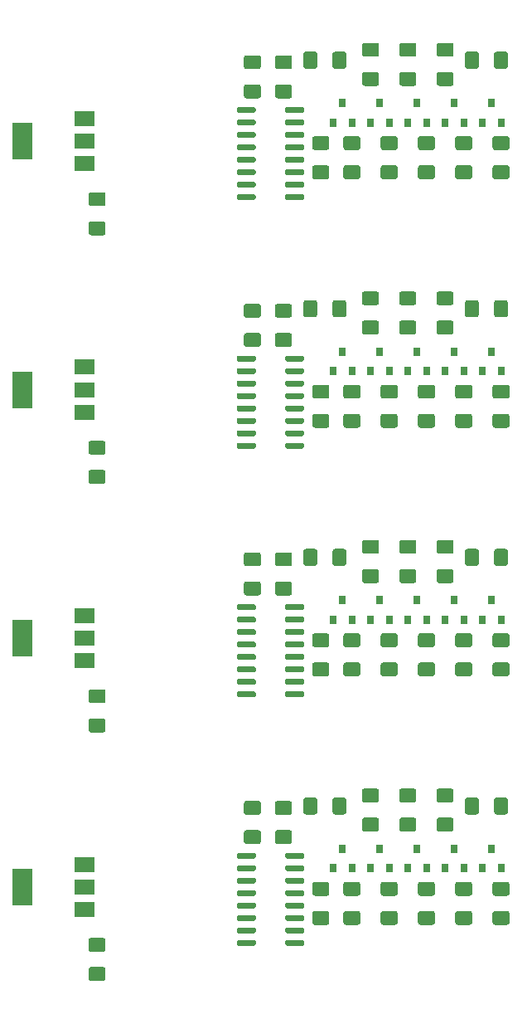
<source format=gbr>
G04 #@! TF.GenerationSoftware,KiCad,Pcbnew,(5.1.6)-1*
G04 #@! TF.CreationDate,2020-06-14T15:38:25+02:00*
G04 #@! TF.ProjectId,panel1,70616e65-6c31-42e6-9b69-6361645f7063,rev?*
G04 #@! TF.SameCoordinates,Original*
G04 #@! TF.FileFunction,Paste,Bot*
G04 #@! TF.FilePolarity,Positive*
%FSLAX46Y46*%
G04 Gerber Fmt 4.6, Leading zero omitted, Abs format (unit mm)*
G04 Created by KiCad (PCBNEW (5.1.6)-1) date 2020-06-14 15:38:25*
%MOMM*%
%LPD*%
G01*
G04 APERTURE LIST*
%ADD10R,0.800000X0.900000*%
%ADD11R,2.000000X1.500000*%
%ADD12R,2.000000X3.800000*%
G04 APERTURE END LIST*
G36*
G01*
X79376001Y-143382196D02*
X79376001Y-143082196D01*
G75*
G02*
X79526001Y-142932196I150000J0D01*
G01*
X81176001Y-142932196D01*
G75*
G02*
X81326001Y-143082196I0J-150000D01*
G01*
X81326001Y-143382196D01*
G75*
G02*
X81176001Y-143532196I-150000J0D01*
G01*
X79526001Y-143532196D01*
G75*
G02*
X79376001Y-143382196I0J150000D01*
G01*
G37*
G36*
G01*
X79376001Y-142112196D02*
X79376001Y-141812196D01*
G75*
G02*
X79526001Y-141662196I150000J0D01*
G01*
X81176001Y-141662196D01*
G75*
G02*
X81326001Y-141812196I0J-150000D01*
G01*
X81326001Y-142112196D01*
G75*
G02*
X81176001Y-142262196I-150000J0D01*
G01*
X79526001Y-142262196D01*
G75*
G02*
X79376001Y-142112196I0J150000D01*
G01*
G37*
G36*
G01*
X79376001Y-140842196D02*
X79376001Y-140542196D01*
G75*
G02*
X79526001Y-140392196I150000J0D01*
G01*
X81176001Y-140392196D01*
G75*
G02*
X81326001Y-140542196I0J-150000D01*
G01*
X81326001Y-140842196D01*
G75*
G02*
X81176001Y-140992196I-150000J0D01*
G01*
X79526001Y-140992196D01*
G75*
G02*
X79376001Y-140842196I0J150000D01*
G01*
G37*
G36*
G01*
X79376001Y-139572196D02*
X79376001Y-139272196D01*
G75*
G02*
X79526001Y-139122196I150000J0D01*
G01*
X81176001Y-139122196D01*
G75*
G02*
X81326001Y-139272196I0J-150000D01*
G01*
X81326001Y-139572196D01*
G75*
G02*
X81176001Y-139722196I-150000J0D01*
G01*
X79526001Y-139722196D01*
G75*
G02*
X79376001Y-139572196I0J150000D01*
G01*
G37*
G36*
G01*
X79376001Y-138302196D02*
X79376001Y-138002196D01*
G75*
G02*
X79526001Y-137852196I150000J0D01*
G01*
X81176001Y-137852196D01*
G75*
G02*
X81326001Y-138002196I0J-150000D01*
G01*
X81326001Y-138302196D01*
G75*
G02*
X81176001Y-138452196I-150000J0D01*
G01*
X79526001Y-138452196D01*
G75*
G02*
X79376001Y-138302196I0J150000D01*
G01*
G37*
G36*
G01*
X79376001Y-137032196D02*
X79376001Y-136732196D01*
G75*
G02*
X79526001Y-136582196I150000J0D01*
G01*
X81176001Y-136582196D01*
G75*
G02*
X81326001Y-136732196I0J-150000D01*
G01*
X81326001Y-137032196D01*
G75*
G02*
X81176001Y-137182196I-150000J0D01*
G01*
X79526001Y-137182196D01*
G75*
G02*
X79376001Y-137032196I0J150000D01*
G01*
G37*
G36*
G01*
X79376001Y-135762196D02*
X79376001Y-135462196D01*
G75*
G02*
X79526001Y-135312196I150000J0D01*
G01*
X81176001Y-135312196D01*
G75*
G02*
X81326001Y-135462196I0J-150000D01*
G01*
X81326001Y-135762196D01*
G75*
G02*
X81176001Y-135912196I-150000J0D01*
G01*
X79526001Y-135912196D01*
G75*
G02*
X79376001Y-135762196I0J150000D01*
G01*
G37*
G36*
G01*
X79376001Y-134492196D02*
X79376001Y-134192196D01*
G75*
G02*
X79526001Y-134042196I150000J0D01*
G01*
X81176001Y-134042196D01*
G75*
G02*
X81326001Y-134192196I0J-150000D01*
G01*
X81326001Y-134492196D01*
G75*
G02*
X81176001Y-134642196I-150000J0D01*
G01*
X79526001Y-134642196D01*
G75*
G02*
X79376001Y-134492196I0J150000D01*
G01*
G37*
G36*
G01*
X74426001Y-134492196D02*
X74426001Y-134192196D01*
G75*
G02*
X74576001Y-134042196I150000J0D01*
G01*
X76226001Y-134042196D01*
G75*
G02*
X76376001Y-134192196I0J-150000D01*
G01*
X76376001Y-134492196D01*
G75*
G02*
X76226001Y-134642196I-150000J0D01*
G01*
X74576001Y-134642196D01*
G75*
G02*
X74426001Y-134492196I0J150000D01*
G01*
G37*
G36*
G01*
X74426001Y-135762196D02*
X74426001Y-135462196D01*
G75*
G02*
X74576001Y-135312196I150000J0D01*
G01*
X76226001Y-135312196D01*
G75*
G02*
X76376001Y-135462196I0J-150000D01*
G01*
X76376001Y-135762196D01*
G75*
G02*
X76226001Y-135912196I-150000J0D01*
G01*
X74576001Y-135912196D01*
G75*
G02*
X74426001Y-135762196I0J150000D01*
G01*
G37*
G36*
G01*
X74426001Y-137032196D02*
X74426001Y-136732196D01*
G75*
G02*
X74576001Y-136582196I150000J0D01*
G01*
X76226001Y-136582196D01*
G75*
G02*
X76376001Y-136732196I0J-150000D01*
G01*
X76376001Y-137032196D01*
G75*
G02*
X76226001Y-137182196I-150000J0D01*
G01*
X74576001Y-137182196D01*
G75*
G02*
X74426001Y-137032196I0J150000D01*
G01*
G37*
G36*
G01*
X74426001Y-138302196D02*
X74426001Y-138002196D01*
G75*
G02*
X74576001Y-137852196I150000J0D01*
G01*
X76226001Y-137852196D01*
G75*
G02*
X76376001Y-138002196I0J-150000D01*
G01*
X76376001Y-138302196D01*
G75*
G02*
X76226001Y-138452196I-150000J0D01*
G01*
X74576001Y-138452196D01*
G75*
G02*
X74426001Y-138302196I0J150000D01*
G01*
G37*
G36*
G01*
X74426001Y-139572196D02*
X74426001Y-139272196D01*
G75*
G02*
X74576001Y-139122196I150000J0D01*
G01*
X76226001Y-139122196D01*
G75*
G02*
X76376001Y-139272196I0J-150000D01*
G01*
X76376001Y-139572196D01*
G75*
G02*
X76226001Y-139722196I-150000J0D01*
G01*
X74576001Y-139722196D01*
G75*
G02*
X74426001Y-139572196I0J150000D01*
G01*
G37*
G36*
G01*
X74426001Y-140842196D02*
X74426001Y-140542196D01*
G75*
G02*
X74576001Y-140392196I150000J0D01*
G01*
X76226001Y-140392196D01*
G75*
G02*
X76376001Y-140542196I0J-150000D01*
G01*
X76376001Y-140842196D01*
G75*
G02*
X76226001Y-140992196I-150000J0D01*
G01*
X74576001Y-140992196D01*
G75*
G02*
X74426001Y-140842196I0J150000D01*
G01*
G37*
G36*
G01*
X74426001Y-142112196D02*
X74426001Y-141812196D01*
G75*
G02*
X74576001Y-141662196I150000J0D01*
G01*
X76226001Y-141662196D01*
G75*
G02*
X76376001Y-141812196I0J-150000D01*
G01*
X76376001Y-142112196D01*
G75*
G02*
X76226001Y-142262196I-150000J0D01*
G01*
X74576001Y-142262196D01*
G75*
G02*
X74426001Y-142112196I0J150000D01*
G01*
G37*
G36*
G01*
X74426001Y-143382196D02*
X74426001Y-143082196D01*
G75*
G02*
X74576001Y-142932196I150000J0D01*
G01*
X76226001Y-142932196D01*
G75*
G02*
X76376001Y-143082196I0J-150000D01*
G01*
X76376001Y-143382196D01*
G75*
G02*
X76226001Y-143532196I-150000J0D01*
G01*
X74576001Y-143532196D01*
G75*
G02*
X74426001Y-143382196I0J150000D01*
G01*
G37*
G36*
G01*
X88726001Y-128904696D02*
X87476001Y-128904696D01*
G75*
G02*
X87226001Y-128654696I0J250000D01*
G01*
X87226001Y-127729696D01*
G75*
G02*
X87476001Y-127479696I250000J0D01*
G01*
X88726001Y-127479696D01*
G75*
G02*
X88976001Y-127729696I0J-250000D01*
G01*
X88976001Y-128654696D01*
G75*
G02*
X88726001Y-128904696I-250000J0D01*
G01*
G37*
G36*
G01*
X88726001Y-131879696D02*
X87476001Y-131879696D01*
G75*
G02*
X87226001Y-131629696I0J250000D01*
G01*
X87226001Y-130704696D01*
G75*
G02*
X87476001Y-130454696I250000J0D01*
G01*
X88726001Y-130454696D01*
G75*
G02*
X88976001Y-130704696I0J-250000D01*
G01*
X88976001Y-131629696D01*
G75*
G02*
X88726001Y-131879696I-250000J0D01*
G01*
G37*
D10*
X85241001Y-133612196D03*
X84291001Y-135612196D03*
X86191001Y-135612196D03*
X89051001Y-133612196D03*
X88101001Y-135612196D03*
X90001001Y-135612196D03*
G36*
G01*
X76661001Y-130174696D02*
X75411001Y-130174696D01*
G75*
G02*
X75161001Y-129924696I0J250000D01*
G01*
X75161001Y-128999696D01*
G75*
G02*
X75411001Y-128749696I250000J0D01*
G01*
X76661001Y-128749696D01*
G75*
G02*
X76911001Y-128999696I0J-250000D01*
G01*
X76911001Y-129924696D01*
G75*
G02*
X76661001Y-130174696I-250000J0D01*
G01*
G37*
G36*
G01*
X76661001Y-133149696D02*
X75411001Y-133149696D01*
G75*
G02*
X75161001Y-132899696I0J250000D01*
G01*
X75161001Y-131974696D01*
G75*
G02*
X75411001Y-131724696I250000J0D01*
G01*
X76661001Y-131724696D01*
G75*
G02*
X76911001Y-131974696I0J-250000D01*
G01*
X76911001Y-132899696D01*
G75*
G02*
X76661001Y-133149696I-250000J0D01*
G01*
G37*
G36*
G01*
X79836001Y-130174696D02*
X78586001Y-130174696D01*
G75*
G02*
X78336001Y-129924696I0J250000D01*
G01*
X78336001Y-128999696D01*
G75*
G02*
X78586001Y-128749696I250000J0D01*
G01*
X79836001Y-128749696D01*
G75*
G02*
X80086001Y-128999696I0J-250000D01*
G01*
X80086001Y-129924696D01*
G75*
G02*
X79836001Y-130174696I-250000J0D01*
G01*
G37*
G36*
G01*
X79836001Y-133149696D02*
X78586001Y-133149696D01*
G75*
G02*
X78336001Y-132899696I0J250000D01*
G01*
X78336001Y-131974696D01*
G75*
G02*
X78586001Y-131724696I250000J0D01*
G01*
X79836001Y-131724696D01*
G75*
G02*
X80086001Y-131974696I0J-250000D01*
G01*
X80086001Y-132899696D01*
G75*
G02*
X79836001Y-133149696I-250000J0D01*
G01*
G37*
G36*
G01*
X83646001Y-138429696D02*
X82396001Y-138429696D01*
G75*
G02*
X82146001Y-138179696I0J250000D01*
G01*
X82146001Y-137254696D01*
G75*
G02*
X82396001Y-137004696I250000J0D01*
G01*
X83646001Y-137004696D01*
G75*
G02*
X83896001Y-137254696I0J-250000D01*
G01*
X83896001Y-138179696D01*
G75*
G02*
X83646001Y-138429696I-250000J0D01*
G01*
G37*
G36*
G01*
X83646001Y-141404696D02*
X82396001Y-141404696D01*
G75*
G02*
X82146001Y-141154696I0J250000D01*
G01*
X82146001Y-140229696D01*
G75*
G02*
X82396001Y-139979696I250000J0D01*
G01*
X83646001Y-139979696D01*
G75*
G02*
X83896001Y-140229696I0J-250000D01*
G01*
X83896001Y-141154696D01*
G75*
G02*
X83646001Y-141404696I-250000J0D01*
G01*
G37*
G36*
G01*
X92536001Y-128904696D02*
X91286001Y-128904696D01*
G75*
G02*
X91036001Y-128654696I0J250000D01*
G01*
X91036001Y-127729696D01*
G75*
G02*
X91286001Y-127479696I250000J0D01*
G01*
X92536001Y-127479696D01*
G75*
G02*
X92786001Y-127729696I0J-250000D01*
G01*
X92786001Y-128654696D01*
G75*
G02*
X92536001Y-128904696I-250000J0D01*
G01*
G37*
G36*
G01*
X92536001Y-131879696D02*
X91286001Y-131879696D01*
G75*
G02*
X91036001Y-131629696I0J250000D01*
G01*
X91036001Y-130704696D01*
G75*
G02*
X91286001Y-130454696I250000J0D01*
G01*
X92536001Y-130454696D01*
G75*
G02*
X92786001Y-130704696I0J-250000D01*
G01*
X92786001Y-131629696D01*
G75*
G02*
X92536001Y-131879696I-250000J0D01*
G01*
G37*
X92866001Y-133612196D03*
X91916001Y-135612196D03*
X93816001Y-135612196D03*
X100486001Y-133612196D03*
X99536001Y-135612196D03*
X101436001Y-135612196D03*
X96676001Y-133612196D03*
X95726001Y-135612196D03*
X97626001Y-135612196D03*
D11*
X58841001Y-135217196D03*
X58841001Y-139817196D03*
X58841001Y-137517196D03*
D12*
X52541001Y-137517196D03*
G36*
G01*
X89381001Y-139979696D02*
X90631001Y-139979696D01*
G75*
G02*
X90881001Y-140229696I0J-250000D01*
G01*
X90881001Y-141154696D01*
G75*
G02*
X90631001Y-141404696I-250000J0D01*
G01*
X89381001Y-141404696D01*
G75*
G02*
X89131001Y-141154696I0J250000D01*
G01*
X89131001Y-140229696D01*
G75*
G02*
X89381001Y-139979696I250000J0D01*
G01*
G37*
G36*
G01*
X89381001Y-137004696D02*
X90631001Y-137004696D01*
G75*
G02*
X90881001Y-137254696I0J-250000D01*
G01*
X90881001Y-138179696D01*
G75*
G02*
X90631001Y-138429696I-250000J0D01*
G01*
X89381001Y-138429696D01*
G75*
G02*
X89131001Y-138179696I0J250000D01*
G01*
X89131001Y-137254696D01*
G75*
G02*
X89381001Y-137004696I250000J0D01*
G01*
G37*
G36*
G01*
X86821001Y-138429696D02*
X85571001Y-138429696D01*
G75*
G02*
X85321001Y-138179696I0J250000D01*
G01*
X85321001Y-137254696D01*
G75*
G02*
X85571001Y-137004696I250000J0D01*
G01*
X86821001Y-137004696D01*
G75*
G02*
X87071001Y-137254696I0J-250000D01*
G01*
X87071001Y-138179696D01*
G75*
G02*
X86821001Y-138429696I-250000J0D01*
G01*
G37*
G36*
G01*
X86821001Y-141404696D02*
X85571001Y-141404696D01*
G75*
G02*
X85321001Y-141154696I0J250000D01*
G01*
X85321001Y-140229696D01*
G75*
G02*
X85571001Y-139979696I250000J0D01*
G01*
X86821001Y-139979696D01*
G75*
G02*
X87071001Y-140229696I0J-250000D01*
G01*
X87071001Y-141154696D01*
G75*
G02*
X86821001Y-141404696I-250000J0D01*
G01*
G37*
G36*
G01*
X99173001Y-128637196D02*
X99173001Y-129887196D01*
G75*
G02*
X98923001Y-130137196I-250000J0D01*
G01*
X97998001Y-130137196D01*
G75*
G02*
X97748001Y-129887196I0J250000D01*
G01*
X97748001Y-128637196D01*
G75*
G02*
X97998001Y-128387196I250000J0D01*
G01*
X98923001Y-128387196D01*
G75*
G02*
X99173001Y-128637196I0J-250000D01*
G01*
G37*
G36*
G01*
X102148001Y-128637196D02*
X102148001Y-129887196D01*
G75*
G02*
X101898001Y-130137196I-250000J0D01*
G01*
X100973001Y-130137196D01*
G75*
G02*
X100723001Y-129887196I0J250000D01*
G01*
X100723001Y-128637196D01*
G75*
G02*
X100973001Y-128387196I250000J0D01*
G01*
X101898001Y-128387196D01*
G75*
G02*
X102148001Y-128637196I0J-250000D01*
G01*
G37*
G36*
G01*
X81238001Y-129887196D02*
X81238001Y-128637196D01*
G75*
G02*
X81488001Y-128387196I250000J0D01*
G01*
X82413001Y-128387196D01*
G75*
G02*
X82663001Y-128637196I0J-250000D01*
G01*
X82663001Y-129887196D01*
G75*
G02*
X82413001Y-130137196I-250000J0D01*
G01*
X81488001Y-130137196D01*
G75*
G02*
X81238001Y-129887196I0J250000D01*
G01*
G37*
G36*
G01*
X84213001Y-129887196D02*
X84213001Y-128637196D01*
G75*
G02*
X84463001Y-128387196I250000J0D01*
G01*
X85388001Y-128387196D01*
G75*
G02*
X85638001Y-128637196I0J-250000D01*
G01*
X85638001Y-129887196D01*
G75*
G02*
X85388001Y-130137196I-250000J0D01*
G01*
X84463001Y-130137196D01*
G75*
G02*
X84213001Y-129887196I0J250000D01*
G01*
G37*
G36*
G01*
X95096001Y-130454696D02*
X96346001Y-130454696D01*
G75*
G02*
X96596001Y-130704696I0J-250000D01*
G01*
X96596001Y-131629696D01*
G75*
G02*
X96346001Y-131879696I-250000J0D01*
G01*
X95096001Y-131879696D01*
G75*
G02*
X94846001Y-131629696I0J250000D01*
G01*
X94846001Y-130704696D01*
G75*
G02*
X95096001Y-130454696I250000J0D01*
G01*
G37*
G36*
G01*
X95096001Y-127479696D02*
X96346001Y-127479696D01*
G75*
G02*
X96596001Y-127729696I0J-250000D01*
G01*
X96596001Y-128654696D01*
G75*
G02*
X96346001Y-128904696I-250000J0D01*
G01*
X95096001Y-128904696D01*
G75*
G02*
X94846001Y-128654696I0J250000D01*
G01*
X94846001Y-127729696D01*
G75*
G02*
X95096001Y-127479696I250000J0D01*
G01*
G37*
G36*
G01*
X60786001Y-144145196D02*
X59536001Y-144145196D01*
G75*
G02*
X59286001Y-143895196I0J250000D01*
G01*
X59286001Y-142970196D01*
G75*
G02*
X59536001Y-142720196I250000J0D01*
G01*
X60786001Y-142720196D01*
G75*
G02*
X61036001Y-142970196I0J-250000D01*
G01*
X61036001Y-143895196D01*
G75*
G02*
X60786001Y-144145196I-250000J0D01*
G01*
G37*
G36*
G01*
X60786001Y-147120196D02*
X59536001Y-147120196D01*
G75*
G02*
X59286001Y-146870196I0J250000D01*
G01*
X59286001Y-145945196D01*
G75*
G02*
X59536001Y-145695196I250000J0D01*
G01*
X60786001Y-145695196D01*
G75*
G02*
X61036001Y-145945196I0J-250000D01*
G01*
X61036001Y-146870196D01*
G75*
G02*
X60786001Y-147120196I-250000J0D01*
G01*
G37*
G36*
G01*
X94441001Y-138429696D02*
X93191001Y-138429696D01*
G75*
G02*
X92941001Y-138179696I0J250000D01*
G01*
X92941001Y-137254696D01*
G75*
G02*
X93191001Y-137004696I250000J0D01*
G01*
X94441001Y-137004696D01*
G75*
G02*
X94691001Y-137254696I0J-250000D01*
G01*
X94691001Y-138179696D01*
G75*
G02*
X94441001Y-138429696I-250000J0D01*
G01*
G37*
G36*
G01*
X94441001Y-141404696D02*
X93191001Y-141404696D01*
G75*
G02*
X92941001Y-141154696I0J250000D01*
G01*
X92941001Y-140229696D01*
G75*
G02*
X93191001Y-139979696I250000J0D01*
G01*
X94441001Y-139979696D01*
G75*
G02*
X94691001Y-140229696I0J-250000D01*
G01*
X94691001Y-141154696D01*
G75*
G02*
X94441001Y-141404696I-250000J0D01*
G01*
G37*
G36*
G01*
X100811001Y-139979696D02*
X102061001Y-139979696D01*
G75*
G02*
X102311001Y-140229696I0J-250000D01*
G01*
X102311001Y-141154696D01*
G75*
G02*
X102061001Y-141404696I-250000J0D01*
G01*
X100811001Y-141404696D01*
G75*
G02*
X100561001Y-141154696I0J250000D01*
G01*
X100561001Y-140229696D01*
G75*
G02*
X100811001Y-139979696I250000J0D01*
G01*
G37*
G36*
G01*
X100811001Y-137004696D02*
X102061001Y-137004696D01*
G75*
G02*
X102311001Y-137254696I0J-250000D01*
G01*
X102311001Y-138179696D01*
G75*
G02*
X102061001Y-138429696I-250000J0D01*
G01*
X100811001Y-138429696D01*
G75*
G02*
X100561001Y-138179696I0J250000D01*
G01*
X100561001Y-137254696D01*
G75*
G02*
X100811001Y-137004696I250000J0D01*
G01*
G37*
G36*
G01*
X97001001Y-139979696D02*
X98251001Y-139979696D01*
G75*
G02*
X98501001Y-140229696I0J-250000D01*
G01*
X98501001Y-141154696D01*
G75*
G02*
X98251001Y-141404696I-250000J0D01*
G01*
X97001001Y-141404696D01*
G75*
G02*
X96751001Y-141154696I0J250000D01*
G01*
X96751001Y-140229696D01*
G75*
G02*
X97001001Y-139979696I250000J0D01*
G01*
G37*
G36*
G01*
X97001001Y-137004696D02*
X98251001Y-137004696D01*
G75*
G02*
X98501001Y-137254696I0J-250000D01*
G01*
X98501001Y-138179696D01*
G75*
G02*
X98251001Y-138429696I-250000J0D01*
G01*
X97001001Y-138429696D01*
G75*
G02*
X96751001Y-138179696I0J250000D01*
G01*
X96751001Y-137254696D01*
G75*
G02*
X97001001Y-137004696I250000J0D01*
G01*
G37*
G36*
G01*
X79376001Y-118020131D02*
X79376001Y-117720131D01*
G75*
G02*
X79526001Y-117570131I150000J0D01*
G01*
X81176001Y-117570131D01*
G75*
G02*
X81326001Y-117720131I0J-150000D01*
G01*
X81326001Y-118020131D01*
G75*
G02*
X81176001Y-118170131I-150000J0D01*
G01*
X79526001Y-118170131D01*
G75*
G02*
X79376001Y-118020131I0J150000D01*
G01*
G37*
G36*
G01*
X79376001Y-116750131D02*
X79376001Y-116450131D01*
G75*
G02*
X79526001Y-116300131I150000J0D01*
G01*
X81176001Y-116300131D01*
G75*
G02*
X81326001Y-116450131I0J-150000D01*
G01*
X81326001Y-116750131D01*
G75*
G02*
X81176001Y-116900131I-150000J0D01*
G01*
X79526001Y-116900131D01*
G75*
G02*
X79376001Y-116750131I0J150000D01*
G01*
G37*
G36*
G01*
X79376001Y-115480131D02*
X79376001Y-115180131D01*
G75*
G02*
X79526001Y-115030131I150000J0D01*
G01*
X81176001Y-115030131D01*
G75*
G02*
X81326001Y-115180131I0J-150000D01*
G01*
X81326001Y-115480131D01*
G75*
G02*
X81176001Y-115630131I-150000J0D01*
G01*
X79526001Y-115630131D01*
G75*
G02*
X79376001Y-115480131I0J150000D01*
G01*
G37*
G36*
G01*
X79376001Y-114210131D02*
X79376001Y-113910131D01*
G75*
G02*
X79526001Y-113760131I150000J0D01*
G01*
X81176001Y-113760131D01*
G75*
G02*
X81326001Y-113910131I0J-150000D01*
G01*
X81326001Y-114210131D01*
G75*
G02*
X81176001Y-114360131I-150000J0D01*
G01*
X79526001Y-114360131D01*
G75*
G02*
X79376001Y-114210131I0J150000D01*
G01*
G37*
G36*
G01*
X79376001Y-112940131D02*
X79376001Y-112640131D01*
G75*
G02*
X79526001Y-112490131I150000J0D01*
G01*
X81176001Y-112490131D01*
G75*
G02*
X81326001Y-112640131I0J-150000D01*
G01*
X81326001Y-112940131D01*
G75*
G02*
X81176001Y-113090131I-150000J0D01*
G01*
X79526001Y-113090131D01*
G75*
G02*
X79376001Y-112940131I0J150000D01*
G01*
G37*
G36*
G01*
X79376001Y-111670131D02*
X79376001Y-111370131D01*
G75*
G02*
X79526001Y-111220131I150000J0D01*
G01*
X81176001Y-111220131D01*
G75*
G02*
X81326001Y-111370131I0J-150000D01*
G01*
X81326001Y-111670131D01*
G75*
G02*
X81176001Y-111820131I-150000J0D01*
G01*
X79526001Y-111820131D01*
G75*
G02*
X79376001Y-111670131I0J150000D01*
G01*
G37*
G36*
G01*
X79376001Y-110400131D02*
X79376001Y-110100131D01*
G75*
G02*
X79526001Y-109950131I150000J0D01*
G01*
X81176001Y-109950131D01*
G75*
G02*
X81326001Y-110100131I0J-150000D01*
G01*
X81326001Y-110400131D01*
G75*
G02*
X81176001Y-110550131I-150000J0D01*
G01*
X79526001Y-110550131D01*
G75*
G02*
X79376001Y-110400131I0J150000D01*
G01*
G37*
G36*
G01*
X79376001Y-109130131D02*
X79376001Y-108830131D01*
G75*
G02*
X79526001Y-108680131I150000J0D01*
G01*
X81176001Y-108680131D01*
G75*
G02*
X81326001Y-108830131I0J-150000D01*
G01*
X81326001Y-109130131D01*
G75*
G02*
X81176001Y-109280131I-150000J0D01*
G01*
X79526001Y-109280131D01*
G75*
G02*
X79376001Y-109130131I0J150000D01*
G01*
G37*
G36*
G01*
X74426001Y-109130131D02*
X74426001Y-108830131D01*
G75*
G02*
X74576001Y-108680131I150000J0D01*
G01*
X76226001Y-108680131D01*
G75*
G02*
X76376001Y-108830131I0J-150000D01*
G01*
X76376001Y-109130131D01*
G75*
G02*
X76226001Y-109280131I-150000J0D01*
G01*
X74576001Y-109280131D01*
G75*
G02*
X74426001Y-109130131I0J150000D01*
G01*
G37*
G36*
G01*
X74426001Y-110400131D02*
X74426001Y-110100131D01*
G75*
G02*
X74576001Y-109950131I150000J0D01*
G01*
X76226001Y-109950131D01*
G75*
G02*
X76376001Y-110100131I0J-150000D01*
G01*
X76376001Y-110400131D01*
G75*
G02*
X76226001Y-110550131I-150000J0D01*
G01*
X74576001Y-110550131D01*
G75*
G02*
X74426001Y-110400131I0J150000D01*
G01*
G37*
G36*
G01*
X74426001Y-111670131D02*
X74426001Y-111370131D01*
G75*
G02*
X74576001Y-111220131I150000J0D01*
G01*
X76226001Y-111220131D01*
G75*
G02*
X76376001Y-111370131I0J-150000D01*
G01*
X76376001Y-111670131D01*
G75*
G02*
X76226001Y-111820131I-150000J0D01*
G01*
X74576001Y-111820131D01*
G75*
G02*
X74426001Y-111670131I0J150000D01*
G01*
G37*
G36*
G01*
X74426001Y-112940131D02*
X74426001Y-112640131D01*
G75*
G02*
X74576001Y-112490131I150000J0D01*
G01*
X76226001Y-112490131D01*
G75*
G02*
X76376001Y-112640131I0J-150000D01*
G01*
X76376001Y-112940131D01*
G75*
G02*
X76226001Y-113090131I-150000J0D01*
G01*
X74576001Y-113090131D01*
G75*
G02*
X74426001Y-112940131I0J150000D01*
G01*
G37*
G36*
G01*
X74426001Y-114210131D02*
X74426001Y-113910131D01*
G75*
G02*
X74576001Y-113760131I150000J0D01*
G01*
X76226001Y-113760131D01*
G75*
G02*
X76376001Y-113910131I0J-150000D01*
G01*
X76376001Y-114210131D01*
G75*
G02*
X76226001Y-114360131I-150000J0D01*
G01*
X74576001Y-114360131D01*
G75*
G02*
X74426001Y-114210131I0J150000D01*
G01*
G37*
G36*
G01*
X74426001Y-115480131D02*
X74426001Y-115180131D01*
G75*
G02*
X74576001Y-115030131I150000J0D01*
G01*
X76226001Y-115030131D01*
G75*
G02*
X76376001Y-115180131I0J-150000D01*
G01*
X76376001Y-115480131D01*
G75*
G02*
X76226001Y-115630131I-150000J0D01*
G01*
X74576001Y-115630131D01*
G75*
G02*
X74426001Y-115480131I0J150000D01*
G01*
G37*
G36*
G01*
X74426001Y-116750131D02*
X74426001Y-116450131D01*
G75*
G02*
X74576001Y-116300131I150000J0D01*
G01*
X76226001Y-116300131D01*
G75*
G02*
X76376001Y-116450131I0J-150000D01*
G01*
X76376001Y-116750131D01*
G75*
G02*
X76226001Y-116900131I-150000J0D01*
G01*
X74576001Y-116900131D01*
G75*
G02*
X74426001Y-116750131I0J150000D01*
G01*
G37*
G36*
G01*
X74426001Y-118020131D02*
X74426001Y-117720131D01*
G75*
G02*
X74576001Y-117570131I150000J0D01*
G01*
X76226001Y-117570131D01*
G75*
G02*
X76376001Y-117720131I0J-150000D01*
G01*
X76376001Y-118020131D01*
G75*
G02*
X76226001Y-118170131I-150000J0D01*
G01*
X74576001Y-118170131D01*
G75*
G02*
X74426001Y-118020131I0J150000D01*
G01*
G37*
G36*
G01*
X88726001Y-103542631D02*
X87476001Y-103542631D01*
G75*
G02*
X87226001Y-103292631I0J250000D01*
G01*
X87226001Y-102367631D01*
G75*
G02*
X87476001Y-102117631I250000J0D01*
G01*
X88726001Y-102117631D01*
G75*
G02*
X88976001Y-102367631I0J-250000D01*
G01*
X88976001Y-103292631D01*
G75*
G02*
X88726001Y-103542631I-250000J0D01*
G01*
G37*
G36*
G01*
X88726001Y-106517631D02*
X87476001Y-106517631D01*
G75*
G02*
X87226001Y-106267631I0J250000D01*
G01*
X87226001Y-105342631D01*
G75*
G02*
X87476001Y-105092631I250000J0D01*
G01*
X88726001Y-105092631D01*
G75*
G02*
X88976001Y-105342631I0J-250000D01*
G01*
X88976001Y-106267631D01*
G75*
G02*
X88726001Y-106517631I-250000J0D01*
G01*
G37*
D10*
X85241001Y-108250131D03*
X84291001Y-110250131D03*
X86191001Y-110250131D03*
X89051001Y-108250131D03*
X88101001Y-110250131D03*
X90001001Y-110250131D03*
G36*
G01*
X76661001Y-104812631D02*
X75411001Y-104812631D01*
G75*
G02*
X75161001Y-104562631I0J250000D01*
G01*
X75161001Y-103637631D01*
G75*
G02*
X75411001Y-103387631I250000J0D01*
G01*
X76661001Y-103387631D01*
G75*
G02*
X76911001Y-103637631I0J-250000D01*
G01*
X76911001Y-104562631D01*
G75*
G02*
X76661001Y-104812631I-250000J0D01*
G01*
G37*
G36*
G01*
X76661001Y-107787631D02*
X75411001Y-107787631D01*
G75*
G02*
X75161001Y-107537631I0J250000D01*
G01*
X75161001Y-106612631D01*
G75*
G02*
X75411001Y-106362631I250000J0D01*
G01*
X76661001Y-106362631D01*
G75*
G02*
X76911001Y-106612631I0J-250000D01*
G01*
X76911001Y-107537631D01*
G75*
G02*
X76661001Y-107787631I-250000J0D01*
G01*
G37*
G36*
G01*
X79836001Y-104812631D02*
X78586001Y-104812631D01*
G75*
G02*
X78336001Y-104562631I0J250000D01*
G01*
X78336001Y-103637631D01*
G75*
G02*
X78586001Y-103387631I250000J0D01*
G01*
X79836001Y-103387631D01*
G75*
G02*
X80086001Y-103637631I0J-250000D01*
G01*
X80086001Y-104562631D01*
G75*
G02*
X79836001Y-104812631I-250000J0D01*
G01*
G37*
G36*
G01*
X79836001Y-107787631D02*
X78586001Y-107787631D01*
G75*
G02*
X78336001Y-107537631I0J250000D01*
G01*
X78336001Y-106612631D01*
G75*
G02*
X78586001Y-106362631I250000J0D01*
G01*
X79836001Y-106362631D01*
G75*
G02*
X80086001Y-106612631I0J-250000D01*
G01*
X80086001Y-107537631D01*
G75*
G02*
X79836001Y-107787631I-250000J0D01*
G01*
G37*
G36*
G01*
X83646001Y-113067631D02*
X82396001Y-113067631D01*
G75*
G02*
X82146001Y-112817631I0J250000D01*
G01*
X82146001Y-111892631D01*
G75*
G02*
X82396001Y-111642631I250000J0D01*
G01*
X83646001Y-111642631D01*
G75*
G02*
X83896001Y-111892631I0J-250000D01*
G01*
X83896001Y-112817631D01*
G75*
G02*
X83646001Y-113067631I-250000J0D01*
G01*
G37*
G36*
G01*
X83646001Y-116042631D02*
X82396001Y-116042631D01*
G75*
G02*
X82146001Y-115792631I0J250000D01*
G01*
X82146001Y-114867631D01*
G75*
G02*
X82396001Y-114617631I250000J0D01*
G01*
X83646001Y-114617631D01*
G75*
G02*
X83896001Y-114867631I0J-250000D01*
G01*
X83896001Y-115792631D01*
G75*
G02*
X83646001Y-116042631I-250000J0D01*
G01*
G37*
G36*
G01*
X92536001Y-103542631D02*
X91286001Y-103542631D01*
G75*
G02*
X91036001Y-103292631I0J250000D01*
G01*
X91036001Y-102367631D01*
G75*
G02*
X91286001Y-102117631I250000J0D01*
G01*
X92536001Y-102117631D01*
G75*
G02*
X92786001Y-102367631I0J-250000D01*
G01*
X92786001Y-103292631D01*
G75*
G02*
X92536001Y-103542631I-250000J0D01*
G01*
G37*
G36*
G01*
X92536001Y-106517631D02*
X91286001Y-106517631D01*
G75*
G02*
X91036001Y-106267631I0J250000D01*
G01*
X91036001Y-105342631D01*
G75*
G02*
X91286001Y-105092631I250000J0D01*
G01*
X92536001Y-105092631D01*
G75*
G02*
X92786001Y-105342631I0J-250000D01*
G01*
X92786001Y-106267631D01*
G75*
G02*
X92536001Y-106517631I-250000J0D01*
G01*
G37*
X92866001Y-108250131D03*
X91916001Y-110250131D03*
X93816001Y-110250131D03*
X100486001Y-108250131D03*
X99536001Y-110250131D03*
X101436001Y-110250131D03*
X96676001Y-108250131D03*
X95726001Y-110250131D03*
X97626001Y-110250131D03*
D11*
X58841001Y-109855131D03*
X58841001Y-114455131D03*
X58841001Y-112155131D03*
D12*
X52541001Y-112155131D03*
G36*
G01*
X89381001Y-114617631D02*
X90631001Y-114617631D01*
G75*
G02*
X90881001Y-114867631I0J-250000D01*
G01*
X90881001Y-115792631D01*
G75*
G02*
X90631001Y-116042631I-250000J0D01*
G01*
X89381001Y-116042631D01*
G75*
G02*
X89131001Y-115792631I0J250000D01*
G01*
X89131001Y-114867631D01*
G75*
G02*
X89381001Y-114617631I250000J0D01*
G01*
G37*
G36*
G01*
X89381001Y-111642631D02*
X90631001Y-111642631D01*
G75*
G02*
X90881001Y-111892631I0J-250000D01*
G01*
X90881001Y-112817631D01*
G75*
G02*
X90631001Y-113067631I-250000J0D01*
G01*
X89381001Y-113067631D01*
G75*
G02*
X89131001Y-112817631I0J250000D01*
G01*
X89131001Y-111892631D01*
G75*
G02*
X89381001Y-111642631I250000J0D01*
G01*
G37*
G36*
G01*
X86821001Y-113067631D02*
X85571001Y-113067631D01*
G75*
G02*
X85321001Y-112817631I0J250000D01*
G01*
X85321001Y-111892631D01*
G75*
G02*
X85571001Y-111642631I250000J0D01*
G01*
X86821001Y-111642631D01*
G75*
G02*
X87071001Y-111892631I0J-250000D01*
G01*
X87071001Y-112817631D01*
G75*
G02*
X86821001Y-113067631I-250000J0D01*
G01*
G37*
G36*
G01*
X86821001Y-116042631D02*
X85571001Y-116042631D01*
G75*
G02*
X85321001Y-115792631I0J250000D01*
G01*
X85321001Y-114867631D01*
G75*
G02*
X85571001Y-114617631I250000J0D01*
G01*
X86821001Y-114617631D01*
G75*
G02*
X87071001Y-114867631I0J-250000D01*
G01*
X87071001Y-115792631D01*
G75*
G02*
X86821001Y-116042631I-250000J0D01*
G01*
G37*
G36*
G01*
X99173001Y-103275131D02*
X99173001Y-104525131D01*
G75*
G02*
X98923001Y-104775131I-250000J0D01*
G01*
X97998001Y-104775131D01*
G75*
G02*
X97748001Y-104525131I0J250000D01*
G01*
X97748001Y-103275131D01*
G75*
G02*
X97998001Y-103025131I250000J0D01*
G01*
X98923001Y-103025131D01*
G75*
G02*
X99173001Y-103275131I0J-250000D01*
G01*
G37*
G36*
G01*
X102148001Y-103275131D02*
X102148001Y-104525131D01*
G75*
G02*
X101898001Y-104775131I-250000J0D01*
G01*
X100973001Y-104775131D01*
G75*
G02*
X100723001Y-104525131I0J250000D01*
G01*
X100723001Y-103275131D01*
G75*
G02*
X100973001Y-103025131I250000J0D01*
G01*
X101898001Y-103025131D01*
G75*
G02*
X102148001Y-103275131I0J-250000D01*
G01*
G37*
G36*
G01*
X81238001Y-104525131D02*
X81238001Y-103275131D01*
G75*
G02*
X81488001Y-103025131I250000J0D01*
G01*
X82413001Y-103025131D01*
G75*
G02*
X82663001Y-103275131I0J-250000D01*
G01*
X82663001Y-104525131D01*
G75*
G02*
X82413001Y-104775131I-250000J0D01*
G01*
X81488001Y-104775131D01*
G75*
G02*
X81238001Y-104525131I0J250000D01*
G01*
G37*
G36*
G01*
X84213001Y-104525131D02*
X84213001Y-103275131D01*
G75*
G02*
X84463001Y-103025131I250000J0D01*
G01*
X85388001Y-103025131D01*
G75*
G02*
X85638001Y-103275131I0J-250000D01*
G01*
X85638001Y-104525131D01*
G75*
G02*
X85388001Y-104775131I-250000J0D01*
G01*
X84463001Y-104775131D01*
G75*
G02*
X84213001Y-104525131I0J250000D01*
G01*
G37*
G36*
G01*
X95096001Y-105092631D02*
X96346001Y-105092631D01*
G75*
G02*
X96596001Y-105342631I0J-250000D01*
G01*
X96596001Y-106267631D01*
G75*
G02*
X96346001Y-106517631I-250000J0D01*
G01*
X95096001Y-106517631D01*
G75*
G02*
X94846001Y-106267631I0J250000D01*
G01*
X94846001Y-105342631D01*
G75*
G02*
X95096001Y-105092631I250000J0D01*
G01*
G37*
G36*
G01*
X95096001Y-102117631D02*
X96346001Y-102117631D01*
G75*
G02*
X96596001Y-102367631I0J-250000D01*
G01*
X96596001Y-103292631D01*
G75*
G02*
X96346001Y-103542631I-250000J0D01*
G01*
X95096001Y-103542631D01*
G75*
G02*
X94846001Y-103292631I0J250000D01*
G01*
X94846001Y-102367631D01*
G75*
G02*
X95096001Y-102117631I250000J0D01*
G01*
G37*
G36*
G01*
X60786001Y-118783131D02*
X59536001Y-118783131D01*
G75*
G02*
X59286001Y-118533131I0J250000D01*
G01*
X59286001Y-117608131D01*
G75*
G02*
X59536001Y-117358131I250000J0D01*
G01*
X60786001Y-117358131D01*
G75*
G02*
X61036001Y-117608131I0J-250000D01*
G01*
X61036001Y-118533131D01*
G75*
G02*
X60786001Y-118783131I-250000J0D01*
G01*
G37*
G36*
G01*
X60786001Y-121758131D02*
X59536001Y-121758131D01*
G75*
G02*
X59286001Y-121508131I0J250000D01*
G01*
X59286001Y-120583131D01*
G75*
G02*
X59536001Y-120333131I250000J0D01*
G01*
X60786001Y-120333131D01*
G75*
G02*
X61036001Y-120583131I0J-250000D01*
G01*
X61036001Y-121508131D01*
G75*
G02*
X60786001Y-121758131I-250000J0D01*
G01*
G37*
G36*
G01*
X94441001Y-113067631D02*
X93191001Y-113067631D01*
G75*
G02*
X92941001Y-112817631I0J250000D01*
G01*
X92941001Y-111892631D01*
G75*
G02*
X93191001Y-111642631I250000J0D01*
G01*
X94441001Y-111642631D01*
G75*
G02*
X94691001Y-111892631I0J-250000D01*
G01*
X94691001Y-112817631D01*
G75*
G02*
X94441001Y-113067631I-250000J0D01*
G01*
G37*
G36*
G01*
X94441001Y-116042631D02*
X93191001Y-116042631D01*
G75*
G02*
X92941001Y-115792631I0J250000D01*
G01*
X92941001Y-114867631D01*
G75*
G02*
X93191001Y-114617631I250000J0D01*
G01*
X94441001Y-114617631D01*
G75*
G02*
X94691001Y-114867631I0J-250000D01*
G01*
X94691001Y-115792631D01*
G75*
G02*
X94441001Y-116042631I-250000J0D01*
G01*
G37*
G36*
G01*
X100811001Y-114617631D02*
X102061001Y-114617631D01*
G75*
G02*
X102311001Y-114867631I0J-250000D01*
G01*
X102311001Y-115792631D01*
G75*
G02*
X102061001Y-116042631I-250000J0D01*
G01*
X100811001Y-116042631D01*
G75*
G02*
X100561001Y-115792631I0J250000D01*
G01*
X100561001Y-114867631D01*
G75*
G02*
X100811001Y-114617631I250000J0D01*
G01*
G37*
G36*
G01*
X100811001Y-111642631D02*
X102061001Y-111642631D01*
G75*
G02*
X102311001Y-111892631I0J-250000D01*
G01*
X102311001Y-112817631D01*
G75*
G02*
X102061001Y-113067631I-250000J0D01*
G01*
X100811001Y-113067631D01*
G75*
G02*
X100561001Y-112817631I0J250000D01*
G01*
X100561001Y-111892631D01*
G75*
G02*
X100811001Y-111642631I250000J0D01*
G01*
G37*
G36*
G01*
X97001001Y-114617631D02*
X98251001Y-114617631D01*
G75*
G02*
X98501001Y-114867631I0J-250000D01*
G01*
X98501001Y-115792631D01*
G75*
G02*
X98251001Y-116042631I-250000J0D01*
G01*
X97001001Y-116042631D01*
G75*
G02*
X96751001Y-115792631I0J250000D01*
G01*
X96751001Y-114867631D01*
G75*
G02*
X97001001Y-114617631I250000J0D01*
G01*
G37*
G36*
G01*
X97001001Y-111642631D02*
X98251001Y-111642631D01*
G75*
G02*
X98501001Y-111892631I0J-250000D01*
G01*
X98501001Y-112817631D01*
G75*
G02*
X98251001Y-113067631I-250000J0D01*
G01*
X97001001Y-113067631D01*
G75*
G02*
X96751001Y-112817631I0J250000D01*
G01*
X96751001Y-111892631D01*
G75*
G02*
X97001001Y-111642631I250000J0D01*
G01*
G37*
G36*
G01*
X79376001Y-92658066D02*
X79376001Y-92358066D01*
G75*
G02*
X79526001Y-92208066I150000J0D01*
G01*
X81176001Y-92208066D01*
G75*
G02*
X81326001Y-92358066I0J-150000D01*
G01*
X81326001Y-92658066D01*
G75*
G02*
X81176001Y-92808066I-150000J0D01*
G01*
X79526001Y-92808066D01*
G75*
G02*
X79376001Y-92658066I0J150000D01*
G01*
G37*
G36*
G01*
X79376001Y-91388066D02*
X79376001Y-91088066D01*
G75*
G02*
X79526001Y-90938066I150000J0D01*
G01*
X81176001Y-90938066D01*
G75*
G02*
X81326001Y-91088066I0J-150000D01*
G01*
X81326001Y-91388066D01*
G75*
G02*
X81176001Y-91538066I-150000J0D01*
G01*
X79526001Y-91538066D01*
G75*
G02*
X79376001Y-91388066I0J150000D01*
G01*
G37*
G36*
G01*
X79376001Y-90118066D02*
X79376001Y-89818066D01*
G75*
G02*
X79526001Y-89668066I150000J0D01*
G01*
X81176001Y-89668066D01*
G75*
G02*
X81326001Y-89818066I0J-150000D01*
G01*
X81326001Y-90118066D01*
G75*
G02*
X81176001Y-90268066I-150000J0D01*
G01*
X79526001Y-90268066D01*
G75*
G02*
X79376001Y-90118066I0J150000D01*
G01*
G37*
G36*
G01*
X79376001Y-88848066D02*
X79376001Y-88548066D01*
G75*
G02*
X79526001Y-88398066I150000J0D01*
G01*
X81176001Y-88398066D01*
G75*
G02*
X81326001Y-88548066I0J-150000D01*
G01*
X81326001Y-88848066D01*
G75*
G02*
X81176001Y-88998066I-150000J0D01*
G01*
X79526001Y-88998066D01*
G75*
G02*
X79376001Y-88848066I0J150000D01*
G01*
G37*
G36*
G01*
X79376001Y-87578066D02*
X79376001Y-87278066D01*
G75*
G02*
X79526001Y-87128066I150000J0D01*
G01*
X81176001Y-87128066D01*
G75*
G02*
X81326001Y-87278066I0J-150000D01*
G01*
X81326001Y-87578066D01*
G75*
G02*
X81176001Y-87728066I-150000J0D01*
G01*
X79526001Y-87728066D01*
G75*
G02*
X79376001Y-87578066I0J150000D01*
G01*
G37*
G36*
G01*
X79376001Y-86308066D02*
X79376001Y-86008066D01*
G75*
G02*
X79526001Y-85858066I150000J0D01*
G01*
X81176001Y-85858066D01*
G75*
G02*
X81326001Y-86008066I0J-150000D01*
G01*
X81326001Y-86308066D01*
G75*
G02*
X81176001Y-86458066I-150000J0D01*
G01*
X79526001Y-86458066D01*
G75*
G02*
X79376001Y-86308066I0J150000D01*
G01*
G37*
G36*
G01*
X79376001Y-85038066D02*
X79376001Y-84738066D01*
G75*
G02*
X79526001Y-84588066I150000J0D01*
G01*
X81176001Y-84588066D01*
G75*
G02*
X81326001Y-84738066I0J-150000D01*
G01*
X81326001Y-85038066D01*
G75*
G02*
X81176001Y-85188066I-150000J0D01*
G01*
X79526001Y-85188066D01*
G75*
G02*
X79376001Y-85038066I0J150000D01*
G01*
G37*
G36*
G01*
X79376001Y-83768066D02*
X79376001Y-83468066D01*
G75*
G02*
X79526001Y-83318066I150000J0D01*
G01*
X81176001Y-83318066D01*
G75*
G02*
X81326001Y-83468066I0J-150000D01*
G01*
X81326001Y-83768066D01*
G75*
G02*
X81176001Y-83918066I-150000J0D01*
G01*
X79526001Y-83918066D01*
G75*
G02*
X79376001Y-83768066I0J150000D01*
G01*
G37*
G36*
G01*
X74426001Y-83768066D02*
X74426001Y-83468066D01*
G75*
G02*
X74576001Y-83318066I150000J0D01*
G01*
X76226001Y-83318066D01*
G75*
G02*
X76376001Y-83468066I0J-150000D01*
G01*
X76376001Y-83768066D01*
G75*
G02*
X76226001Y-83918066I-150000J0D01*
G01*
X74576001Y-83918066D01*
G75*
G02*
X74426001Y-83768066I0J150000D01*
G01*
G37*
G36*
G01*
X74426001Y-85038066D02*
X74426001Y-84738066D01*
G75*
G02*
X74576001Y-84588066I150000J0D01*
G01*
X76226001Y-84588066D01*
G75*
G02*
X76376001Y-84738066I0J-150000D01*
G01*
X76376001Y-85038066D01*
G75*
G02*
X76226001Y-85188066I-150000J0D01*
G01*
X74576001Y-85188066D01*
G75*
G02*
X74426001Y-85038066I0J150000D01*
G01*
G37*
G36*
G01*
X74426001Y-86308066D02*
X74426001Y-86008066D01*
G75*
G02*
X74576001Y-85858066I150000J0D01*
G01*
X76226001Y-85858066D01*
G75*
G02*
X76376001Y-86008066I0J-150000D01*
G01*
X76376001Y-86308066D01*
G75*
G02*
X76226001Y-86458066I-150000J0D01*
G01*
X74576001Y-86458066D01*
G75*
G02*
X74426001Y-86308066I0J150000D01*
G01*
G37*
G36*
G01*
X74426001Y-87578066D02*
X74426001Y-87278066D01*
G75*
G02*
X74576001Y-87128066I150000J0D01*
G01*
X76226001Y-87128066D01*
G75*
G02*
X76376001Y-87278066I0J-150000D01*
G01*
X76376001Y-87578066D01*
G75*
G02*
X76226001Y-87728066I-150000J0D01*
G01*
X74576001Y-87728066D01*
G75*
G02*
X74426001Y-87578066I0J150000D01*
G01*
G37*
G36*
G01*
X74426001Y-88848066D02*
X74426001Y-88548066D01*
G75*
G02*
X74576001Y-88398066I150000J0D01*
G01*
X76226001Y-88398066D01*
G75*
G02*
X76376001Y-88548066I0J-150000D01*
G01*
X76376001Y-88848066D01*
G75*
G02*
X76226001Y-88998066I-150000J0D01*
G01*
X74576001Y-88998066D01*
G75*
G02*
X74426001Y-88848066I0J150000D01*
G01*
G37*
G36*
G01*
X74426001Y-90118066D02*
X74426001Y-89818066D01*
G75*
G02*
X74576001Y-89668066I150000J0D01*
G01*
X76226001Y-89668066D01*
G75*
G02*
X76376001Y-89818066I0J-150000D01*
G01*
X76376001Y-90118066D01*
G75*
G02*
X76226001Y-90268066I-150000J0D01*
G01*
X74576001Y-90268066D01*
G75*
G02*
X74426001Y-90118066I0J150000D01*
G01*
G37*
G36*
G01*
X74426001Y-91388066D02*
X74426001Y-91088066D01*
G75*
G02*
X74576001Y-90938066I150000J0D01*
G01*
X76226001Y-90938066D01*
G75*
G02*
X76376001Y-91088066I0J-150000D01*
G01*
X76376001Y-91388066D01*
G75*
G02*
X76226001Y-91538066I-150000J0D01*
G01*
X74576001Y-91538066D01*
G75*
G02*
X74426001Y-91388066I0J150000D01*
G01*
G37*
G36*
G01*
X74426001Y-92658066D02*
X74426001Y-92358066D01*
G75*
G02*
X74576001Y-92208066I150000J0D01*
G01*
X76226001Y-92208066D01*
G75*
G02*
X76376001Y-92358066I0J-150000D01*
G01*
X76376001Y-92658066D01*
G75*
G02*
X76226001Y-92808066I-150000J0D01*
G01*
X74576001Y-92808066D01*
G75*
G02*
X74426001Y-92658066I0J150000D01*
G01*
G37*
G36*
G01*
X88726001Y-78180566D02*
X87476001Y-78180566D01*
G75*
G02*
X87226001Y-77930566I0J250000D01*
G01*
X87226001Y-77005566D01*
G75*
G02*
X87476001Y-76755566I250000J0D01*
G01*
X88726001Y-76755566D01*
G75*
G02*
X88976001Y-77005566I0J-250000D01*
G01*
X88976001Y-77930566D01*
G75*
G02*
X88726001Y-78180566I-250000J0D01*
G01*
G37*
G36*
G01*
X88726001Y-81155566D02*
X87476001Y-81155566D01*
G75*
G02*
X87226001Y-80905566I0J250000D01*
G01*
X87226001Y-79980566D01*
G75*
G02*
X87476001Y-79730566I250000J0D01*
G01*
X88726001Y-79730566D01*
G75*
G02*
X88976001Y-79980566I0J-250000D01*
G01*
X88976001Y-80905566D01*
G75*
G02*
X88726001Y-81155566I-250000J0D01*
G01*
G37*
D10*
X85241001Y-82888066D03*
X84291001Y-84888066D03*
X86191001Y-84888066D03*
X89051001Y-82888066D03*
X88101001Y-84888066D03*
X90001001Y-84888066D03*
G36*
G01*
X76661001Y-79450566D02*
X75411001Y-79450566D01*
G75*
G02*
X75161001Y-79200566I0J250000D01*
G01*
X75161001Y-78275566D01*
G75*
G02*
X75411001Y-78025566I250000J0D01*
G01*
X76661001Y-78025566D01*
G75*
G02*
X76911001Y-78275566I0J-250000D01*
G01*
X76911001Y-79200566D01*
G75*
G02*
X76661001Y-79450566I-250000J0D01*
G01*
G37*
G36*
G01*
X76661001Y-82425566D02*
X75411001Y-82425566D01*
G75*
G02*
X75161001Y-82175566I0J250000D01*
G01*
X75161001Y-81250566D01*
G75*
G02*
X75411001Y-81000566I250000J0D01*
G01*
X76661001Y-81000566D01*
G75*
G02*
X76911001Y-81250566I0J-250000D01*
G01*
X76911001Y-82175566D01*
G75*
G02*
X76661001Y-82425566I-250000J0D01*
G01*
G37*
G36*
G01*
X79836001Y-79450566D02*
X78586001Y-79450566D01*
G75*
G02*
X78336001Y-79200566I0J250000D01*
G01*
X78336001Y-78275566D01*
G75*
G02*
X78586001Y-78025566I250000J0D01*
G01*
X79836001Y-78025566D01*
G75*
G02*
X80086001Y-78275566I0J-250000D01*
G01*
X80086001Y-79200566D01*
G75*
G02*
X79836001Y-79450566I-250000J0D01*
G01*
G37*
G36*
G01*
X79836001Y-82425566D02*
X78586001Y-82425566D01*
G75*
G02*
X78336001Y-82175566I0J250000D01*
G01*
X78336001Y-81250566D01*
G75*
G02*
X78586001Y-81000566I250000J0D01*
G01*
X79836001Y-81000566D01*
G75*
G02*
X80086001Y-81250566I0J-250000D01*
G01*
X80086001Y-82175566D01*
G75*
G02*
X79836001Y-82425566I-250000J0D01*
G01*
G37*
G36*
G01*
X83646001Y-87705566D02*
X82396001Y-87705566D01*
G75*
G02*
X82146001Y-87455566I0J250000D01*
G01*
X82146001Y-86530566D01*
G75*
G02*
X82396001Y-86280566I250000J0D01*
G01*
X83646001Y-86280566D01*
G75*
G02*
X83896001Y-86530566I0J-250000D01*
G01*
X83896001Y-87455566D01*
G75*
G02*
X83646001Y-87705566I-250000J0D01*
G01*
G37*
G36*
G01*
X83646001Y-90680566D02*
X82396001Y-90680566D01*
G75*
G02*
X82146001Y-90430566I0J250000D01*
G01*
X82146001Y-89505566D01*
G75*
G02*
X82396001Y-89255566I250000J0D01*
G01*
X83646001Y-89255566D01*
G75*
G02*
X83896001Y-89505566I0J-250000D01*
G01*
X83896001Y-90430566D01*
G75*
G02*
X83646001Y-90680566I-250000J0D01*
G01*
G37*
G36*
G01*
X92536001Y-78180566D02*
X91286001Y-78180566D01*
G75*
G02*
X91036001Y-77930566I0J250000D01*
G01*
X91036001Y-77005566D01*
G75*
G02*
X91286001Y-76755566I250000J0D01*
G01*
X92536001Y-76755566D01*
G75*
G02*
X92786001Y-77005566I0J-250000D01*
G01*
X92786001Y-77930566D01*
G75*
G02*
X92536001Y-78180566I-250000J0D01*
G01*
G37*
G36*
G01*
X92536001Y-81155566D02*
X91286001Y-81155566D01*
G75*
G02*
X91036001Y-80905566I0J250000D01*
G01*
X91036001Y-79980566D01*
G75*
G02*
X91286001Y-79730566I250000J0D01*
G01*
X92536001Y-79730566D01*
G75*
G02*
X92786001Y-79980566I0J-250000D01*
G01*
X92786001Y-80905566D01*
G75*
G02*
X92536001Y-81155566I-250000J0D01*
G01*
G37*
X92866001Y-82888066D03*
X91916001Y-84888066D03*
X93816001Y-84888066D03*
X100486001Y-82888066D03*
X99536001Y-84888066D03*
X101436001Y-84888066D03*
X96676001Y-82888066D03*
X95726001Y-84888066D03*
X97626001Y-84888066D03*
D11*
X58841001Y-84493066D03*
X58841001Y-89093066D03*
X58841001Y-86793066D03*
D12*
X52541001Y-86793066D03*
G36*
G01*
X89381001Y-89255566D02*
X90631001Y-89255566D01*
G75*
G02*
X90881001Y-89505566I0J-250000D01*
G01*
X90881001Y-90430566D01*
G75*
G02*
X90631001Y-90680566I-250000J0D01*
G01*
X89381001Y-90680566D01*
G75*
G02*
X89131001Y-90430566I0J250000D01*
G01*
X89131001Y-89505566D01*
G75*
G02*
X89381001Y-89255566I250000J0D01*
G01*
G37*
G36*
G01*
X89381001Y-86280566D02*
X90631001Y-86280566D01*
G75*
G02*
X90881001Y-86530566I0J-250000D01*
G01*
X90881001Y-87455566D01*
G75*
G02*
X90631001Y-87705566I-250000J0D01*
G01*
X89381001Y-87705566D01*
G75*
G02*
X89131001Y-87455566I0J250000D01*
G01*
X89131001Y-86530566D01*
G75*
G02*
X89381001Y-86280566I250000J0D01*
G01*
G37*
G36*
G01*
X86821001Y-87705566D02*
X85571001Y-87705566D01*
G75*
G02*
X85321001Y-87455566I0J250000D01*
G01*
X85321001Y-86530566D01*
G75*
G02*
X85571001Y-86280566I250000J0D01*
G01*
X86821001Y-86280566D01*
G75*
G02*
X87071001Y-86530566I0J-250000D01*
G01*
X87071001Y-87455566D01*
G75*
G02*
X86821001Y-87705566I-250000J0D01*
G01*
G37*
G36*
G01*
X86821001Y-90680566D02*
X85571001Y-90680566D01*
G75*
G02*
X85321001Y-90430566I0J250000D01*
G01*
X85321001Y-89505566D01*
G75*
G02*
X85571001Y-89255566I250000J0D01*
G01*
X86821001Y-89255566D01*
G75*
G02*
X87071001Y-89505566I0J-250000D01*
G01*
X87071001Y-90430566D01*
G75*
G02*
X86821001Y-90680566I-250000J0D01*
G01*
G37*
G36*
G01*
X99173001Y-77913066D02*
X99173001Y-79163066D01*
G75*
G02*
X98923001Y-79413066I-250000J0D01*
G01*
X97998001Y-79413066D01*
G75*
G02*
X97748001Y-79163066I0J250000D01*
G01*
X97748001Y-77913066D01*
G75*
G02*
X97998001Y-77663066I250000J0D01*
G01*
X98923001Y-77663066D01*
G75*
G02*
X99173001Y-77913066I0J-250000D01*
G01*
G37*
G36*
G01*
X102148001Y-77913066D02*
X102148001Y-79163066D01*
G75*
G02*
X101898001Y-79413066I-250000J0D01*
G01*
X100973001Y-79413066D01*
G75*
G02*
X100723001Y-79163066I0J250000D01*
G01*
X100723001Y-77913066D01*
G75*
G02*
X100973001Y-77663066I250000J0D01*
G01*
X101898001Y-77663066D01*
G75*
G02*
X102148001Y-77913066I0J-250000D01*
G01*
G37*
G36*
G01*
X81238001Y-79163066D02*
X81238001Y-77913066D01*
G75*
G02*
X81488001Y-77663066I250000J0D01*
G01*
X82413001Y-77663066D01*
G75*
G02*
X82663001Y-77913066I0J-250000D01*
G01*
X82663001Y-79163066D01*
G75*
G02*
X82413001Y-79413066I-250000J0D01*
G01*
X81488001Y-79413066D01*
G75*
G02*
X81238001Y-79163066I0J250000D01*
G01*
G37*
G36*
G01*
X84213001Y-79163066D02*
X84213001Y-77913066D01*
G75*
G02*
X84463001Y-77663066I250000J0D01*
G01*
X85388001Y-77663066D01*
G75*
G02*
X85638001Y-77913066I0J-250000D01*
G01*
X85638001Y-79163066D01*
G75*
G02*
X85388001Y-79413066I-250000J0D01*
G01*
X84463001Y-79413066D01*
G75*
G02*
X84213001Y-79163066I0J250000D01*
G01*
G37*
G36*
G01*
X95096001Y-79730566D02*
X96346001Y-79730566D01*
G75*
G02*
X96596001Y-79980566I0J-250000D01*
G01*
X96596001Y-80905566D01*
G75*
G02*
X96346001Y-81155566I-250000J0D01*
G01*
X95096001Y-81155566D01*
G75*
G02*
X94846001Y-80905566I0J250000D01*
G01*
X94846001Y-79980566D01*
G75*
G02*
X95096001Y-79730566I250000J0D01*
G01*
G37*
G36*
G01*
X95096001Y-76755566D02*
X96346001Y-76755566D01*
G75*
G02*
X96596001Y-77005566I0J-250000D01*
G01*
X96596001Y-77930566D01*
G75*
G02*
X96346001Y-78180566I-250000J0D01*
G01*
X95096001Y-78180566D01*
G75*
G02*
X94846001Y-77930566I0J250000D01*
G01*
X94846001Y-77005566D01*
G75*
G02*
X95096001Y-76755566I250000J0D01*
G01*
G37*
G36*
G01*
X60786001Y-93421066D02*
X59536001Y-93421066D01*
G75*
G02*
X59286001Y-93171066I0J250000D01*
G01*
X59286001Y-92246066D01*
G75*
G02*
X59536001Y-91996066I250000J0D01*
G01*
X60786001Y-91996066D01*
G75*
G02*
X61036001Y-92246066I0J-250000D01*
G01*
X61036001Y-93171066D01*
G75*
G02*
X60786001Y-93421066I-250000J0D01*
G01*
G37*
G36*
G01*
X60786001Y-96396066D02*
X59536001Y-96396066D01*
G75*
G02*
X59286001Y-96146066I0J250000D01*
G01*
X59286001Y-95221066D01*
G75*
G02*
X59536001Y-94971066I250000J0D01*
G01*
X60786001Y-94971066D01*
G75*
G02*
X61036001Y-95221066I0J-250000D01*
G01*
X61036001Y-96146066D01*
G75*
G02*
X60786001Y-96396066I-250000J0D01*
G01*
G37*
G36*
G01*
X94441001Y-87705566D02*
X93191001Y-87705566D01*
G75*
G02*
X92941001Y-87455566I0J250000D01*
G01*
X92941001Y-86530566D01*
G75*
G02*
X93191001Y-86280566I250000J0D01*
G01*
X94441001Y-86280566D01*
G75*
G02*
X94691001Y-86530566I0J-250000D01*
G01*
X94691001Y-87455566D01*
G75*
G02*
X94441001Y-87705566I-250000J0D01*
G01*
G37*
G36*
G01*
X94441001Y-90680566D02*
X93191001Y-90680566D01*
G75*
G02*
X92941001Y-90430566I0J250000D01*
G01*
X92941001Y-89505566D01*
G75*
G02*
X93191001Y-89255566I250000J0D01*
G01*
X94441001Y-89255566D01*
G75*
G02*
X94691001Y-89505566I0J-250000D01*
G01*
X94691001Y-90430566D01*
G75*
G02*
X94441001Y-90680566I-250000J0D01*
G01*
G37*
G36*
G01*
X100811001Y-89255566D02*
X102061001Y-89255566D01*
G75*
G02*
X102311001Y-89505566I0J-250000D01*
G01*
X102311001Y-90430566D01*
G75*
G02*
X102061001Y-90680566I-250000J0D01*
G01*
X100811001Y-90680566D01*
G75*
G02*
X100561001Y-90430566I0J250000D01*
G01*
X100561001Y-89505566D01*
G75*
G02*
X100811001Y-89255566I250000J0D01*
G01*
G37*
G36*
G01*
X100811001Y-86280566D02*
X102061001Y-86280566D01*
G75*
G02*
X102311001Y-86530566I0J-250000D01*
G01*
X102311001Y-87455566D01*
G75*
G02*
X102061001Y-87705566I-250000J0D01*
G01*
X100811001Y-87705566D01*
G75*
G02*
X100561001Y-87455566I0J250000D01*
G01*
X100561001Y-86530566D01*
G75*
G02*
X100811001Y-86280566I250000J0D01*
G01*
G37*
G36*
G01*
X97001001Y-89255566D02*
X98251001Y-89255566D01*
G75*
G02*
X98501001Y-89505566I0J-250000D01*
G01*
X98501001Y-90430566D01*
G75*
G02*
X98251001Y-90680566I-250000J0D01*
G01*
X97001001Y-90680566D01*
G75*
G02*
X96751001Y-90430566I0J250000D01*
G01*
X96751001Y-89505566D01*
G75*
G02*
X97001001Y-89255566I250000J0D01*
G01*
G37*
G36*
G01*
X97001001Y-86280566D02*
X98251001Y-86280566D01*
G75*
G02*
X98501001Y-86530566I0J-250000D01*
G01*
X98501001Y-87455566D01*
G75*
G02*
X98251001Y-87705566I-250000J0D01*
G01*
X97001001Y-87705566D01*
G75*
G02*
X96751001Y-87455566I0J250000D01*
G01*
X96751001Y-86530566D01*
G75*
G02*
X97001001Y-86280566I250000J0D01*
G01*
G37*
G36*
G01*
X79376001Y-67296001D02*
X79376001Y-66996001D01*
G75*
G02*
X79526001Y-66846001I150000J0D01*
G01*
X81176001Y-66846001D01*
G75*
G02*
X81326001Y-66996001I0J-150000D01*
G01*
X81326001Y-67296001D01*
G75*
G02*
X81176001Y-67446001I-150000J0D01*
G01*
X79526001Y-67446001D01*
G75*
G02*
X79376001Y-67296001I0J150000D01*
G01*
G37*
G36*
G01*
X79376001Y-66026001D02*
X79376001Y-65726001D01*
G75*
G02*
X79526001Y-65576001I150000J0D01*
G01*
X81176001Y-65576001D01*
G75*
G02*
X81326001Y-65726001I0J-150000D01*
G01*
X81326001Y-66026001D01*
G75*
G02*
X81176001Y-66176001I-150000J0D01*
G01*
X79526001Y-66176001D01*
G75*
G02*
X79376001Y-66026001I0J150000D01*
G01*
G37*
G36*
G01*
X79376001Y-64756001D02*
X79376001Y-64456001D01*
G75*
G02*
X79526001Y-64306001I150000J0D01*
G01*
X81176001Y-64306001D01*
G75*
G02*
X81326001Y-64456001I0J-150000D01*
G01*
X81326001Y-64756001D01*
G75*
G02*
X81176001Y-64906001I-150000J0D01*
G01*
X79526001Y-64906001D01*
G75*
G02*
X79376001Y-64756001I0J150000D01*
G01*
G37*
G36*
G01*
X79376001Y-63486001D02*
X79376001Y-63186001D01*
G75*
G02*
X79526001Y-63036001I150000J0D01*
G01*
X81176001Y-63036001D01*
G75*
G02*
X81326001Y-63186001I0J-150000D01*
G01*
X81326001Y-63486001D01*
G75*
G02*
X81176001Y-63636001I-150000J0D01*
G01*
X79526001Y-63636001D01*
G75*
G02*
X79376001Y-63486001I0J150000D01*
G01*
G37*
G36*
G01*
X79376001Y-62216001D02*
X79376001Y-61916001D01*
G75*
G02*
X79526001Y-61766001I150000J0D01*
G01*
X81176001Y-61766001D01*
G75*
G02*
X81326001Y-61916001I0J-150000D01*
G01*
X81326001Y-62216001D01*
G75*
G02*
X81176001Y-62366001I-150000J0D01*
G01*
X79526001Y-62366001D01*
G75*
G02*
X79376001Y-62216001I0J150000D01*
G01*
G37*
G36*
G01*
X79376001Y-60946001D02*
X79376001Y-60646001D01*
G75*
G02*
X79526001Y-60496001I150000J0D01*
G01*
X81176001Y-60496001D01*
G75*
G02*
X81326001Y-60646001I0J-150000D01*
G01*
X81326001Y-60946001D01*
G75*
G02*
X81176001Y-61096001I-150000J0D01*
G01*
X79526001Y-61096001D01*
G75*
G02*
X79376001Y-60946001I0J150000D01*
G01*
G37*
G36*
G01*
X79376001Y-59676001D02*
X79376001Y-59376001D01*
G75*
G02*
X79526001Y-59226001I150000J0D01*
G01*
X81176001Y-59226001D01*
G75*
G02*
X81326001Y-59376001I0J-150000D01*
G01*
X81326001Y-59676001D01*
G75*
G02*
X81176001Y-59826001I-150000J0D01*
G01*
X79526001Y-59826001D01*
G75*
G02*
X79376001Y-59676001I0J150000D01*
G01*
G37*
G36*
G01*
X79376001Y-58406001D02*
X79376001Y-58106001D01*
G75*
G02*
X79526001Y-57956001I150000J0D01*
G01*
X81176001Y-57956001D01*
G75*
G02*
X81326001Y-58106001I0J-150000D01*
G01*
X81326001Y-58406001D01*
G75*
G02*
X81176001Y-58556001I-150000J0D01*
G01*
X79526001Y-58556001D01*
G75*
G02*
X79376001Y-58406001I0J150000D01*
G01*
G37*
G36*
G01*
X74426001Y-58406001D02*
X74426001Y-58106001D01*
G75*
G02*
X74576001Y-57956001I150000J0D01*
G01*
X76226001Y-57956001D01*
G75*
G02*
X76376001Y-58106001I0J-150000D01*
G01*
X76376001Y-58406001D01*
G75*
G02*
X76226001Y-58556001I-150000J0D01*
G01*
X74576001Y-58556001D01*
G75*
G02*
X74426001Y-58406001I0J150000D01*
G01*
G37*
G36*
G01*
X74426001Y-59676001D02*
X74426001Y-59376001D01*
G75*
G02*
X74576001Y-59226001I150000J0D01*
G01*
X76226001Y-59226001D01*
G75*
G02*
X76376001Y-59376001I0J-150000D01*
G01*
X76376001Y-59676001D01*
G75*
G02*
X76226001Y-59826001I-150000J0D01*
G01*
X74576001Y-59826001D01*
G75*
G02*
X74426001Y-59676001I0J150000D01*
G01*
G37*
G36*
G01*
X74426001Y-60946001D02*
X74426001Y-60646001D01*
G75*
G02*
X74576001Y-60496001I150000J0D01*
G01*
X76226001Y-60496001D01*
G75*
G02*
X76376001Y-60646001I0J-150000D01*
G01*
X76376001Y-60946001D01*
G75*
G02*
X76226001Y-61096001I-150000J0D01*
G01*
X74576001Y-61096001D01*
G75*
G02*
X74426001Y-60946001I0J150000D01*
G01*
G37*
G36*
G01*
X74426001Y-62216001D02*
X74426001Y-61916001D01*
G75*
G02*
X74576001Y-61766001I150000J0D01*
G01*
X76226001Y-61766001D01*
G75*
G02*
X76376001Y-61916001I0J-150000D01*
G01*
X76376001Y-62216001D01*
G75*
G02*
X76226001Y-62366001I-150000J0D01*
G01*
X74576001Y-62366001D01*
G75*
G02*
X74426001Y-62216001I0J150000D01*
G01*
G37*
G36*
G01*
X74426001Y-63486001D02*
X74426001Y-63186001D01*
G75*
G02*
X74576001Y-63036001I150000J0D01*
G01*
X76226001Y-63036001D01*
G75*
G02*
X76376001Y-63186001I0J-150000D01*
G01*
X76376001Y-63486001D01*
G75*
G02*
X76226001Y-63636001I-150000J0D01*
G01*
X74576001Y-63636001D01*
G75*
G02*
X74426001Y-63486001I0J150000D01*
G01*
G37*
G36*
G01*
X74426001Y-64756001D02*
X74426001Y-64456001D01*
G75*
G02*
X74576001Y-64306001I150000J0D01*
G01*
X76226001Y-64306001D01*
G75*
G02*
X76376001Y-64456001I0J-150000D01*
G01*
X76376001Y-64756001D01*
G75*
G02*
X76226001Y-64906001I-150000J0D01*
G01*
X74576001Y-64906001D01*
G75*
G02*
X74426001Y-64756001I0J150000D01*
G01*
G37*
G36*
G01*
X74426001Y-66026001D02*
X74426001Y-65726001D01*
G75*
G02*
X74576001Y-65576001I150000J0D01*
G01*
X76226001Y-65576001D01*
G75*
G02*
X76376001Y-65726001I0J-150000D01*
G01*
X76376001Y-66026001D01*
G75*
G02*
X76226001Y-66176001I-150000J0D01*
G01*
X74576001Y-66176001D01*
G75*
G02*
X74426001Y-66026001I0J150000D01*
G01*
G37*
G36*
G01*
X74426001Y-67296001D02*
X74426001Y-66996001D01*
G75*
G02*
X74576001Y-66846001I150000J0D01*
G01*
X76226001Y-66846001D01*
G75*
G02*
X76376001Y-66996001I0J-150000D01*
G01*
X76376001Y-67296001D01*
G75*
G02*
X76226001Y-67446001I-150000J0D01*
G01*
X74576001Y-67446001D01*
G75*
G02*
X74426001Y-67296001I0J150000D01*
G01*
G37*
G36*
G01*
X88726001Y-52818501D02*
X87476001Y-52818501D01*
G75*
G02*
X87226001Y-52568501I0J250000D01*
G01*
X87226001Y-51643501D01*
G75*
G02*
X87476001Y-51393501I250000J0D01*
G01*
X88726001Y-51393501D01*
G75*
G02*
X88976001Y-51643501I0J-250000D01*
G01*
X88976001Y-52568501D01*
G75*
G02*
X88726001Y-52818501I-250000J0D01*
G01*
G37*
G36*
G01*
X88726001Y-55793501D02*
X87476001Y-55793501D01*
G75*
G02*
X87226001Y-55543501I0J250000D01*
G01*
X87226001Y-54618501D01*
G75*
G02*
X87476001Y-54368501I250000J0D01*
G01*
X88726001Y-54368501D01*
G75*
G02*
X88976001Y-54618501I0J-250000D01*
G01*
X88976001Y-55543501D01*
G75*
G02*
X88726001Y-55793501I-250000J0D01*
G01*
G37*
D10*
X85241001Y-57526001D03*
X84291001Y-59526001D03*
X86191001Y-59526001D03*
X89051001Y-57526001D03*
X88101001Y-59526001D03*
X90001001Y-59526001D03*
G36*
G01*
X76661001Y-54088501D02*
X75411001Y-54088501D01*
G75*
G02*
X75161001Y-53838501I0J250000D01*
G01*
X75161001Y-52913501D01*
G75*
G02*
X75411001Y-52663501I250000J0D01*
G01*
X76661001Y-52663501D01*
G75*
G02*
X76911001Y-52913501I0J-250000D01*
G01*
X76911001Y-53838501D01*
G75*
G02*
X76661001Y-54088501I-250000J0D01*
G01*
G37*
G36*
G01*
X76661001Y-57063501D02*
X75411001Y-57063501D01*
G75*
G02*
X75161001Y-56813501I0J250000D01*
G01*
X75161001Y-55888501D01*
G75*
G02*
X75411001Y-55638501I250000J0D01*
G01*
X76661001Y-55638501D01*
G75*
G02*
X76911001Y-55888501I0J-250000D01*
G01*
X76911001Y-56813501D01*
G75*
G02*
X76661001Y-57063501I-250000J0D01*
G01*
G37*
G36*
G01*
X79836001Y-54088501D02*
X78586001Y-54088501D01*
G75*
G02*
X78336001Y-53838501I0J250000D01*
G01*
X78336001Y-52913501D01*
G75*
G02*
X78586001Y-52663501I250000J0D01*
G01*
X79836001Y-52663501D01*
G75*
G02*
X80086001Y-52913501I0J-250000D01*
G01*
X80086001Y-53838501D01*
G75*
G02*
X79836001Y-54088501I-250000J0D01*
G01*
G37*
G36*
G01*
X79836001Y-57063501D02*
X78586001Y-57063501D01*
G75*
G02*
X78336001Y-56813501I0J250000D01*
G01*
X78336001Y-55888501D01*
G75*
G02*
X78586001Y-55638501I250000J0D01*
G01*
X79836001Y-55638501D01*
G75*
G02*
X80086001Y-55888501I0J-250000D01*
G01*
X80086001Y-56813501D01*
G75*
G02*
X79836001Y-57063501I-250000J0D01*
G01*
G37*
G36*
G01*
X83646001Y-62343501D02*
X82396001Y-62343501D01*
G75*
G02*
X82146001Y-62093501I0J250000D01*
G01*
X82146001Y-61168501D01*
G75*
G02*
X82396001Y-60918501I250000J0D01*
G01*
X83646001Y-60918501D01*
G75*
G02*
X83896001Y-61168501I0J-250000D01*
G01*
X83896001Y-62093501D01*
G75*
G02*
X83646001Y-62343501I-250000J0D01*
G01*
G37*
G36*
G01*
X83646001Y-65318501D02*
X82396001Y-65318501D01*
G75*
G02*
X82146001Y-65068501I0J250000D01*
G01*
X82146001Y-64143501D01*
G75*
G02*
X82396001Y-63893501I250000J0D01*
G01*
X83646001Y-63893501D01*
G75*
G02*
X83896001Y-64143501I0J-250000D01*
G01*
X83896001Y-65068501D01*
G75*
G02*
X83646001Y-65318501I-250000J0D01*
G01*
G37*
G36*
G01*
X92536001Y-52818501D02*
X91286001Y-52818501D01*
G75*
G02*
X91036001Y-52568501I0J250000D01*
G01*
X91036001Y-51643501D01*
G75*
G02*
X91286001Y-51393501I250000J0D01*
G01*
X92536001Y-51393501D01*
G75*
G02*
X92786001Y-51643501I0J-250000D01*
G01*
X92786001Y-52568501D01*
G75*
G02*
X92536001Y-52818501I-250000J0D01*
G01*
G37*
G36*
G01*
X92536001Y-55793501D02*
X91286001Y-55793501D01*
G75*
G02*
X91036001Y-55543501I0J250000D01*
G01*
X91036001Y-54618501D01*
G75*
G02*
X91286001Y-54368501I250000J0D01*
G01*
X92536001Y-54368501D01*
G75*
G02*
X92786001Y-54618501I0J-250000D01*
G01*
X92786001Y-55543501D01*
G75*
G02*
X92536001Y-55793501I-250000J0D01*
G01*
G37*
X92866001Y-57526001D03*
X91916001Y-59526001D03*
X93816001Y-59526001D03*
X100486001Y-57526001D03*
X99536001Y-59526001D03*
X101436001Y-59526001D03*
X96676001Y-57526001D03*
X95726001Y-59526001D03*
X97626001Y-59526001D03*
D11*
X58841001Y-59131001D03*
X58841001Y-63731001D03*
X58841001Y-61431001D03*
D12*
X52541001Y-61431001D03*
G36*
G01*
X89381001Y-63893501D02*
X90631001Y-63893501D01*
G75*
G02*
X90881001Y-64143501I0J-250000D01*
G01*
X90881001Y-65068501D01*
G75*
G02*
X90631001Y-65318501I-250000J0D01*
G01*
X89381001Y-65318501D01*
G75*
G02*
X89131001Y-65068501I0J250000D01*
G01*
X89131001Y-64143501D01*
G75*
G02*
X89381001Y-63893501I250000J0D01*
G01*
G37*
G36*
G01*
X89381001Y-60918501D02*
X90631001Y-60918501D01*
G75*
G02*
X90881001Y-61168501I0J-250000D01*
G01*
X90881001Y-62093501D01*
G75*
G02*
X90631001Y-62343501I-250000J0D01*
G01*
X89381001Y-62343501D01*
G75*
G02*
X89131001Y-62093501I0J250000D01*
G01*
X89131001Y-61168501D01*
G75*
G02*
X89381001Y-60918501I250000J0D01*
G01*
G37*
G36*
G01*
X86821001Y-62343501D02*
X85571001Y-62343501D01*
G75*
G02*
X85321001Y-62093501I0J250000D01*
G01*
X85321001Y-61168501D01*
G75*
G02*
X85571001Y-60918501I250000J0D01*
G01*
X86821001Y-60918501D01*
G75*
G02*
X87071001Y-61168501I0J-250000D01*
G01*
X87071001Y-62093501D01*
G75*
G02*
X86821001Y-62343501I-250000J0D01*
G01*
G37*
G36*
G01*
X86821001Y-65318501D02*
X85571001Y-65318501D01*
G75*
G02*
X85321001Y-65068501I0J250000D01*
G01*
X85321001Y-64143501D01*
G75*
G02*
X85571001Y-63893501I250000J0D01*
G01*
X86821001Y-63893501D01*
G75*
G02*
X87071001Y-64143501I0J-250000D01*
G01*
X87071001Y-65068501D01*
G75*
G02*
X86821001Y-65318501I-250000J0D01*
G01*
G37*
G36*
G01*
X99173001Y-52551001D02*
X99173001Y-53801001D01*
G75*
G02*
X98923001Y-54051001I-250000J0D01*
G01*
X97998001Y-54051001D01*
G75*
G02*
X97748001Y-53801001I0J250000D01*
G01*
X97748001Y-52551001D01*
G75*
G02*
X97998001Y-52301001I250000J0D01*
G01*
X98923001Y-52301001D01*
G75*
G02*
X99173001Y-52551001I0J-250000D01*
G01*
G37*
G36*
G01*
X102148001Y-52551001D02*
X102148001Y-53801001D01*
G75*
G02*
X101898001Y-54051001I-250000J0D01*
G01*
X100973001Y-54051001D01*
G75*
G02*
X100723001Y-53801001I0J250000D01*
G01*
X100723001Y-52551001D01*
G75*
G02*
X100973001Y-52301001I250000J0D01*
G01*
X101898001Y-52301001D01*
G75*
G02*
X102148001Y-52551001I0J-250000D01*
G01*
G37*
G36*
G01*
X81238001Y-53801001D02*
X81238001Y-52551001D01*
G75*
G02*
X81488001Y-52301001I250000J0D01*
G01*
X82413001Y-52301001D01*
G75*
G02*
X82663001Y-52551001I0J-250000D01*
G01*
X82663001Y-53801001D01*
G75*
G02*
X82413001Y-54051001I-250000J0D01*
G01*
X81488001Y-54051001D01*
G75*
G02*
X81238001Y-53801001I0J250000D01*
G01*
G37*
G36*
G01*
X84213001Y-53801001D02*
X84213001Y-52551001D01*
G75*
G02*
X84463001Y-52301001I250000J0D01*
G01*
X85388001Y-52301001D01*
G75*
G02*
X85638001Y-52551001I0J-250000D01*
G01*
X85638001Y-53801001D01*
G75*
G02*
X85388001Y-54051001I-250000J0D01*
G01*
X84463001Y-54051001D01*
G75*
G02*
X84213001Y-53801001I0J250000D01*
G01*
G37*
G36*
G01*
X95096001Y-54368501D02*
X96346001Y-54368501D01*
G75*
G02*
X96596001Y-54618501I0J-250000D01*
G01*
X96596001Y-55543501D01*
G75*
G02*
X96346001Y-55793501I-250000J0D01*
G01*
X95096001Y-55793501D01*
G75*
G02*
X94846001Y-55543501I0J250000D01*
G01*
X94846001Y-54618501D01*
G75*
G02*
X95096001Y-54368501I250000J0D01*
G01*
G37*
G36*
G01*
X95096001Y-51393501D02*
X96346001Y-51393501D01*
G75*
G02*
X96596001Y-51643501I0J-250000D01*
G01*
X96596001Y-52568501D01*
G75*
G02*
X96346001Y-52818501I-250000J0D01*
G01*
X95096001Y-52818501D01*
G75*
G02*
X94846001Y-52568501I0J250000D01*
G01*
X94846001Y-51643501D01*
G75*
G02*
X95096001Y-51393501I250000J0D01*
G01*
G37*
G36*
G01*
X60786001Y-68059001D02*
X59536001Y-68059001D01*
G75*
G02*
X59286001Y-67809001I0J250000D01*
G01*
X59286001Y-66884001D01*
G75*
G02*
X59536001Y-66634001I250000J0D01*
G01*
X60786001Y-66634001D01*
G75*
G02*
X61036001Y-66884001I0J-250000D01*
G01*
X61036001Y-67809001D01*
G75*
G02*
X60786001Y-68059001I-250000J0D01*
G01*
G37*
G36*
G01*
X60786001Y-71034001D02*
X59536001Y-71034001D01*
G75*
G02*
X59286001Y-70784001I0J250000D01*
G01*
X59286001Y-69859001D01*
G75*
G02*
X59536001Y-69609001I250000J0D01*
G01*
X60786001Y-69609001D01*
G75*
G02*
X61036001Y-69859001I0J-250000D01*
G01*
X61036001Y-70784001D01*
G75*
G02*
X60786001Y-71034001I-250000J0D01*
G01*
G37*
G36*
G01*
X94441001Y-62343501D02*
X93191001Y-62343501D01*
G75*
G02*
X92941001Y-62093501I0J250000D01*
G01*
X92941001Y-61168501D01*
G75*
G02*
X93191001Y-60918501I250000J0D01*
G01*
X94441001Y-60918501D01*
G75*
G02*
X94691001Y-61168501I0J-250000D01*
G01*
X94691001Y-62093501D01*
G75*
G02*
X94441001Y-62343501I-250000J0D01*
G01*
G37*
G36*
G01*
X94441001Y-65318501D02*
X93191001Y-65318501D01*
G75*
G02*
X92941001Y-65068501I0J250000D01*
G01*
X92941001Y-64143501D01*
G75*
G02*
X93191001Y-63893501I250000J0D01*
G01*
X94441001Y-63893501D01*
G75*
G02*
X94691001Y-64143501I0J-250000D01*
G01*
X94691001Y-65068501D01*
G75*
G02*
X94441001Y-65318501I-250000J0D01*
G01*
G37*
G36*
G01*
X100811001Y-63893501D02*
X102061001Y-63893501D01*
G75*
G02*
X102311001Y-64143501I0J-250000D01*
G01*
X102311001Y-65068501D01*
G75*
G02*
X102061001Y-65318501I-250000J0D01*
G01*
X100811001Y-65318501D01*
G75*
G02*
X100561001Y-65068501I0J250000D01*
G01*
X100561001Y-64143501D01*
G75*
G02*
X100811001Y-63893501I250000J0D01*
G01*
G37*
G36*
G01*
X100811001Y-60918501D02*
X102061001Y-60918501D01*
G75*
G02*
X102311001Y-61168501I0J-250000D01*
G01*
X102311001Y-62093501D01*
G75*
G02*
X102061001Y-62343501I-250000J0D01*
G01*
X100811001Y-62343501D01*
G75*
G02*
X100561001Y-62093501I0J250000D01*
G01*
X100561001Y-61168501D01*
G75*
G02*
X100811001Y-60918501I250000J0D01*
G01*
G37*
G36*
G01*
X97001001Y-63893501D02*
X98251001Y-63893501D01*
G75*
G02*
X98501001Y-64143501I0J-250000D01*
G01*
X98501001Y-65068501D01*
G75*
G02*
X98251001Y-65318501I-250000J0D01*
G01*
X97001001Y-65318501D01*
G75*
G02*
X96751001Y-65068501I0J250000D01*
G01*
X96751001Y-64143501D01*
G75*
G02*
X97001001Y-63893501I250000J0D01*
G01*
G37*
G36*
G01*
X97001001Y-60918501D02*
X98251001Y-60918501D01*
G75*
G02*
X98501001Y-61168501I0J-250000D01*
G01*
X98501001Y-62093501D01*
G75*
G02*
X98251001Y-62343501I-250000J0D01*
G01*
X97001001Y-62343501D01*
G75*
G02*
X96751001Y-62093501I0J250000D01*
G01*
X96751001Y-61168501D01*
G75*
G02*
X97001001Y-60918501I250000J0D01*
G01*
G37*
M02*

</source>
